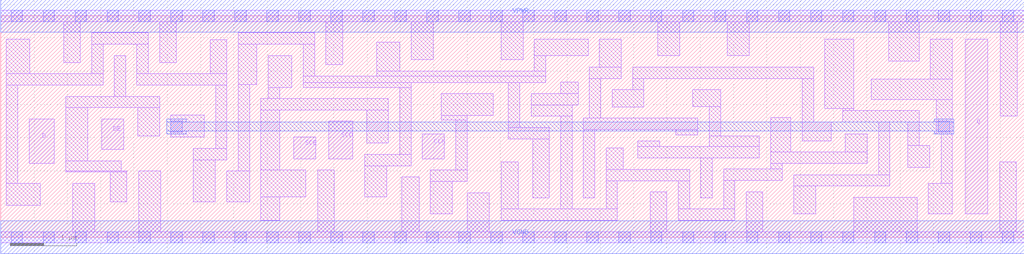
<source format=lef>
# Copyright 2020 The SkyWater PDK Authors
#
# Licensed under the Apache License, Version 2.0 (the "License");
# you may not use this file except in compliance with the License.
# You may obtain a copy of the License at
#
#     https://www.apache.org/licenses/LICENSE-2.0
#
# Unless required by applicable law or agreed to in writing, software
# distributed under the License is distributed on an "AS IS" BASIS,
# WITHOUT WARRANTIES OR CONDITIONS OF ANY KIND, either express or implied.
# See the License for the specific language governing permissions and
# limitations under the License.
#
# SPDX-License-Identifier: Apache-2.0

VERSION 5.5 ;
NAMESCASESENSITIVE ON ;
BUSBITCHARS "[]" ;
DIVIDERCHAR "/" ;
MACRO sky130_fd_sc_ls__sedfxtp_1
  CLASS CORE ;
  SOURCE USER ;
  ORIGIN  0.000000  0.000000 ;
  SIZE  15.36000 BY  3.330000 ;
  SYMMETRY X Y ;
  SITE unit ;
  PIN D
    ANTENNAGATEAREA  0.159000 ;
    DIRECTION INPUT ;
    USE SIGNAL ;
    PORT
      LAYER li1 ;
        RECT 0.425000 1.110000 0.805000 1.780000 ;
    END
  END D
  PIN DE
    ANTENNAGATEAREA  0.318000 ;
    DIRECTION INPUT ;
    USE SIGNAL ;
    PORT
      LAYER li1 ;
        RECT 1.515000 1.320000 1.845000 1.780000 ;
    END
  END DE
  PIN Q
    ANTENNADIFFAREA  0.518900 ;
    DIRECTION OUTPUT ;
    USE SIGNAL ;
    PORT
      LAYER li1 ;
        RECT 14.475000 0.350000 14.815000 2.980000 ;
    END
  END Q
  PIN SCD
    ANTENNAGATEAREA  0.159000 ;
    DIRECTION INPUT ;
    USE SIGNAL ;
    PORT
      LAYER li1 ;
        RECT 4.925000 1.180000 5.280000 1.745000 ;
    END
  END SCD
  PIN SCE
    ANTENNAGATEAREA  0.318000 ;
    DIRECTION INPUT ;
    USE SIGNAL ;
    PORT
      LAYER li1 ;
        RECT 4.400000 1.180000 4.730000 1.510000 ;
    END
  END SCE
  PIN CLK
    ANTENNAGATEAREA  0.279000 ;
    DIRECTION INPUT ;
    USE CLOCK ;
    PORT
      LAYER li1 ;
        RECT 6.330000 1.180000 6.660000 1.550000 ;
    END
  END CLK
  PIN VGND
    DIRECTION INOUT ;
    SHAPE ABUTMENT ;
    USE GROUND ;
    PORT
      LAYER met1 ;
        RECT 0.000000 -0.245000 15.360000 0.245000 ;
    END
  END VGND
  PIN VPWR
    DIRECTION INOUT ;
    SHAPE ABUTMENT ;
    USE POWER ;
    PORT
      LAYER met1 ;
        RECT 0.000000 3.085000 15.360000 3.575000 ;
    END
  END VPWR
  OBS
    LAYER li1 ;
      RECT  0.000000 -0.085000 15.360000 0.085000 ;
      RECT  0.000000  3.245000 15.360000 3.415000 ;
      RECT  0.085000  0.480000  0.590000 0.810000 ;
      RECT  0.085000  0.810000  0.255000 2.290000 ;
      RECT  0.085000  2.290000  1.535000 2.460000 ;
      RECT  0.085000  2.460000  0.435000 2.980000 ;
      RECT  0.945000  2.630000  1.195000 3.245000 ;
      RECT  0.975000  0.980000  1.890000 0.995000 ;
      RECT  0.975000  0.995000  1.810000 1.150000 ;
      RECT  0.975000  1.150000  1.305000 1.950000 ;
      RECT  0.975000  1.950000  2.385000 2.120000 ;
      RECT  1.080000  0.085000  1.410000 0.810000 ;
      RECT  1.365000  2.460000  1.535000 2.905000 ;
      RECT  1.365000  2.905000  2.215000 3.075000 ;
      RECT  1.640000  0.535000  1.890000 0.980000 ;
      RECT  1.705000  2.120000  1.875000 2.735000 ;
      RECT  2.045000  2.290000  3.395000 2.460000 ;
      RECT  2.045000  2.460000  2.215000 2.905000 ;
      RECT  2.055000  1.520000  2.385000 1.950000 ;
      RECT  2.070000  0.085000  2.400000 0.995000 ;
      RECT  2.385000  2.630000  2.635000 3.245000 ;
      RECT  2.555000  1.505000  3.055000 1.835000 ;
      RECT  2.890000  0.535000  3.220000 1.165000 ;
      RECT  2.890000  1.165000  3.395000 1.335000 ;
      RECT  3.145000  2.460000  3.395000 2.975000 ;
      RECT  3.225000  1.335000  3.395000 2.290000 ;
      RECT  3.390000  0.535000  3.735000 0.995000 ;
      RECT  3.565000  0.995000  3.735000 2.295000 ;
      RECT  3.565000  2.295000  3.845000 2.905000 ;
      RECT  3.565000  2.905000  4.710000 3.075000 ;
      RECT  3.905000  0.255000  4.185000 0.605000 ;
      RECT  3.905000  0.605000  4.575000 1.010000 ;
      RECT  3.905000  1.010000  4.185000 1.915000 ;
      RECT  3.905000  1.915000  5.820000 2.085000 ;
      RECT  4.015000  2.085000  4.185000 2.255000 ;
      RECT  4.015000  2.255000  4.370000 2.735000 ;
      RECT  4.540000  2.255000  6.160000 2.330000 ;
      RECT  4.540000  2.330000  8.180000 2.425000 ;
      RECT  4.540000  2.425000  4.710000 2.905000 ;
      RECT  4.755000  0.085000  5.005000 1.010000 ;
      RECT  4.880000  2.595000  5.130000 3.245000 ;
      RECT  5.465000  0.605000  5.795000 1.075000 ;
      RECT  5.465000  1.075000  6.160000 1.245000 ;
      RECT  5.490000  1.415000  5.820000 1.915000 ;
      RECT  5.640000  2.425000  8.180000 2.500000 ;
      RECT  5.640000  2.500000  5.990000 2.935000 ;
      RECT  5.990000  1.245000  6.160000 2.255000 ;
      RECT  6.020000  0.085000  6.280000 0.905000 ;
      RECT  6.160000  2.670000  6.490000 3.245000 ;
      RECT  6.450000  0.350000  6.780000 0.840000 ;
      RECT  6.450000  0.840000  7.000000 1.010000 ;
      RECT  6.610000  1.760000  7.000000 1.830000 ;
      RECT  6.610000  1.830000  7.390000 2.160000 ;
      RECT  6.830000  1.010000  7.000000 1.760000 ;
      RECT  7.005000  0.085000  7.335000 0.670000 ;
      RECT  7.510000  2.670000  7.840000 3.245000 ;
      RECT  7.515000  0.255000  9.255000 0.425000 ;
      RECT  7.515000  0.425000  7.765000 1.130000 ;
      RECT  7.620000  1.480000  8.235000 1.650000 ;
      RECT  7.620000  1.650000  7.790000 2.330000 ;
      RECT  7.960000  1.820000  8.575000 1.990000 ;
      RECT  7.960000  1.990000  8.665000 2.160000 ;
      RECT  7.985000  0.595000  8.235000 1.480000 ;
      RECT  8.010000  2.500000  8.180000 2.730000 ;
      RECT  8.010000  2.730000  8.815000 2.980000 ;
      RECT  8.405000  0.425000  8.575000 1.820000 ;
      RECT  8.405000  2.160000  8.665000 2.335000 ;
      RECT  8.745000  0.595000  8.915000 1.620000 ;
      RECT  8.745000  1.620000 10.465000 1.790000 ;
      RECT  8.835000  1.790000  9.005000 2.390000 ;
      RECT  8.835000  2.390000  9.315000 2.560000 ;
      RECT  8.985000  2.560000  9.315000 2.980000 ;
      RECT  9.085000  0.425000  9.255000 0.850000 ;
      RECT  9.085000  0.850000 10.340000 1.020000 ;
      RECT  9.085000  1.020000  9.340000 1.345000 ;
      RECT  9.175000  1.960000  9.655000 2.220000 ;
      RECT  9.485000  2.220000  9.655000 2.390000 ;
      RECT  9.485000  2.390000 12.200000 2.560000 ;
      RECT  9.565000  1.190000  9.895000 1.195000 ;
      RECT  9.565000  1.195000 11.385000 1.365000 ;
      RECT  9.565000  1.365000  9.895000 1.450000 ;
      RECT  9.750000  0.085000 10.000000 0.680000 ;
      RECT  9.865000  2.730000 10.195000 3.245000 ;
      RECT 10.135000  1.535000 10.465000 1.620000 ;
      RECT 10.135000  1.790000 10.465000 1.795000 ;
      RECT 10.170000  0.255000 11.020000 0.425000 ;
      RECT 10.170000  0.425000 10.340000 0.850000 ;
      RECT 10.385000  1.970000 10.805000 2.220000 ;
      RECT 10.510000  0.595000 10.680000 1.195000 ;
      RECT 10.635000  1.365000 11.385000 1.525000 ;
      RECT 10.635000  1.525000 10.805000 1.970000 ;
      RECT 10.850000  0.425000 11.020000 0.855000 ;
      RECT 10.850000  0.855000 11.730000 1.025000 ;
      RECT 10.905000  2.730000 11.235000 3.245000 ;
      RECT 11.190000  0.085000 11.440000 0.685000 ;
      RECT 11.560000  1.025000 11.730000 1.110000 ;
      RECT 11.560000  1.110000 13.005000 1.280000 ;
      RECT 11.560000  1.280000 11.860000 1.800000 ;
      RECT 11.900000  0.350000 12.230000 0.770000 ;
      RECT 11.900000  0.770000 13.345000 0.940000 ;
      RECT 12.030000  1.450000 12.465000 1.735000 ;
      RECT 12.030000  1.735000 12.200000 2.390000 ;
      RECT 12.370000  1.940000 12.805000 2.980000 ;
      RECT 12.635000  1.735000 13.785000 1.905000 ;
      RECT 12.635000  1.905000 12.805000 1.940000 ;
      RECT 12.675000  1.280000 13.005000 1.555000 ;
      RECT 12.800000  0.085000 13.755000 0.600000 ;
      RECT 13.065000  2.075000 14.285000 2.380000 ;
      RECT 13.175000  0.940000 13.345000 1.735000 ;
      RECT 13.330000  2.650000 13.785000 3.245000 ;
      RECT 13.615000  1.050000 13.945000 1.380000 ;
      RECT 13.615000  1.380000 13.785000 1.735000 ;
      RECT 13.925000  0.350000 14.285000 0.810000 ;
      RECT 13.955000  2.380000 14.285000 2.980000 ;
      RECT 14.045000  1.550000 14.285000 2.075000 ;
      RECT 14.115000  0.810000 14.285000 1.550000 ;
      RECT 14.995000  0.085000 15.245000 1.130000 ;
      RECT 15.005000  1.820000 15.255000 3.245000 ;
    LAYER mcon ;
      RECT  0.155000 -0.085000  0.325000 0.085000 ;
      RECT  0.155000  3.245000  0.325000 3.415000 ;
      RECT  0.635000 -0.085000  0.805000 0.085000 ;
      RECT  0.635000  3.245000  0.805000 3.415000 ;
      RECT  1.115000 -0.085000  1.285000 0.085000 ;
      RECT  1.115000  3.245000  1.285000 3.415000 ;
      RECT  1.595000 -0.085000  1.765000 0.085000 ;
      RECT  1.595000  3.245000  1.765000 3.415000 ;
      RECT  2.075000 -0.085000  2.245000 0.085000 ;
      RECT  2.075000  3.245000  2.245000 3.415000 ;
      RECT  2.555000 -0.085000  2.725000 0.085000 ;
      RECT  2.555000  1.580000  2.725000 1.750000 ;
      RECT  2.555000  3.245000  2.725000 3.415000 ;
      RECT  3.035000 -0.085000  3.205000 0.085000 ;
      RECT  3.035000  3.245000  3.205000 3.415000 ;
      RECT  3.515000 -0.085000  3.685000 0.085000 ;
      RECT  3.515000  3.245000  3.685000 3.415000 ;
      RECT  3.995000 -0.085000  4.165000 0.085000 ;
      RECT  3.995000  3.245000  4.165000 3.415000 ;
      RECT  4.475000 -0.085000  4.645000 0.085000 ;
      RECT  4.475000  3.245000  4.645000 3.415000 ;
      RECT  4.955000 -0.085000  5.125000 0.085000 ;
      RECT  4.955000  3.245000  5.125000 3.415000 ;
      RECT  5.435000 -0.085000  5.605000 0.085000 ;
      RECT  5.435000  3.245000  5.605000 3.415000 ;
      RECT  5.915000 -0.085000  6.085000 0.085000 ;
      RECT  5.915000  3.245000  6.085000 3.415000 ;
      RECT  6.395000 -0.085000  6.565000 0.085000 ;
      RECT  6.395000  3.245000  6.565000 3.415000 ;
      RECT  6.875000 -0.085000  7.045000 0.085000 ;
      RECT  6.875000  3.245000  7.045000 3.415000 ;
      RECT  7.355000 -0.085000  7.525000 0.085000 ;
      RECT  7.355000  3.245000  7.525000 3.415000 ;
      RECT  7.835000 -0.085000  8.005000 0.085000 ;
      RECT  7.835000  3.245000  8.005000 3.415000 ;
      RECT  8.315000 -0.085000  8.485000 0.085000 ;
      RECT  8.315000  3.245000  8.485000 3.415000 ;
      RECT  8.795000 -0.085000  8.965000 0.085000 ;
      RECT  8.795000  3.245000  8.965000 3.415000 ;
      RECT  9.275000 -0.085000  9.445000 0.085000 ;
      RECT  9.275000  3.245000  9.445000 3.415000 ;
      RECT  9.755000 -0.085000  9.925000 0.085000 ;
      RECT  9.755000  3.245000  9.925000 3.415000 ;
      RECT 10.235000 -0.085000 10.405000 0.085000 ;
      RECT 10.235000  3.245000 10.405000 3.415000 ;
      RECT 10.715000 -0.085000 10.885000 0.085000 ;
      RECT 10.715000  3.245000 10.885000 3.415000 ;
      RECT 11.195000 -0.085000 11.365000 0.085000 ;
      RECT 11.195000  3.245000 11.365000 3.415000 ;
      RECT 11.675000 -0.085000 11.845000 0.085000 ;
      RECT 11.675000  3.245000 11.845000 3.415000 ;
      RECT 12.155000 -0.085000 12.325000 0.085000 ;
      RECT 12.155000  3.245000 12.325000 3.415000 ;
      RECT 12.635000 -0.085000 12.805000 0.085000 ;
      RECT 12.635000  3.245000 12.805000 3.415000 ;
      RECT 13.115000 -0.085000 13.285000 0.085000 ;
      RECT 13.115000  3.245000 13.285000 3.415000 ;
      RECT 13.595000 -0.085000 13.765000 0.085000 ;
      RECT 13.595000  3.245000 13.765000 3.415000 ;
      RECT 14.075000 -0.085000 14.245000 0.085000 ;
      RECT 14.075000  1.580000 14.245000 1.750000 ;
      RECT 14.075000  3.245000 14.245000 3.415000 ;
      RECT 14.555000 -0.085000 14.725000 0.085000 ;
      RECT 14.555000  3.245000 14.725000 3.415000 ;
      RECT 15.035000 -0.085000 15.205000 0.085000 ;
      RECT 15.035000  3.245000 15.205000 3.415000 ;
    LAYER met1 ;
      RECT  2.495000 1.550000  2.785000 1.595000 ;
      RECT  2.495000 1.595000 14.305000 1.735000 ;
      RECT  2.495000 1.735000  2.785000 1.780000 ;
      RECT 14.015000 1.550000 14.305000 1.595000 ;
      RECT 14.015000 1.735000 14.305000 1.780000 ;
  END
END sky130_fd_sc_ls__sedfxtp_1

</source>
